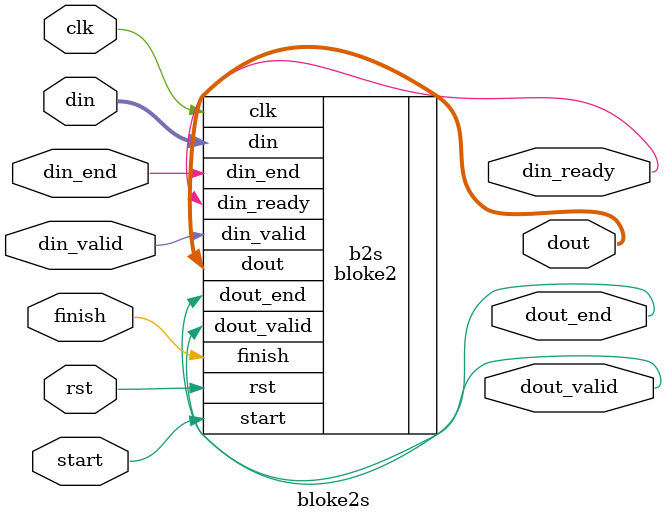
<source format=v>
module bloke2s (
	input        clk,
	input        rst,

	input        start,
	input        finish,

	input  [7:0] din,
	input        din_valid,
	output       din_ready,
	input        din_end,

	output [7:0] dout,
	output       dout_valid,
	output       dout_end
);

	bloke2 #(
		.W(32),
		.R0(16),
		.R1(12),
		.R2(8),
		.R3(7),
		.ROUNDS(10),
		.IV(256'h6a09e667bb67ae853c6ef372a54ff53a510e527f9b05688c1f83d9ab5be0cd19)
	) b2s (
		.clk(clk),
		.rst(rst),

		.start(start),
		.finish(finish),

		.din(din),
		.din_valid(din_valid),
		.din_ready(din_ready),
		.din_end(din_end),

		.dout(dout),
		.dout_valid(dout_valid),
		.dout_end(dout_end)
	);

endmodule

</source>
